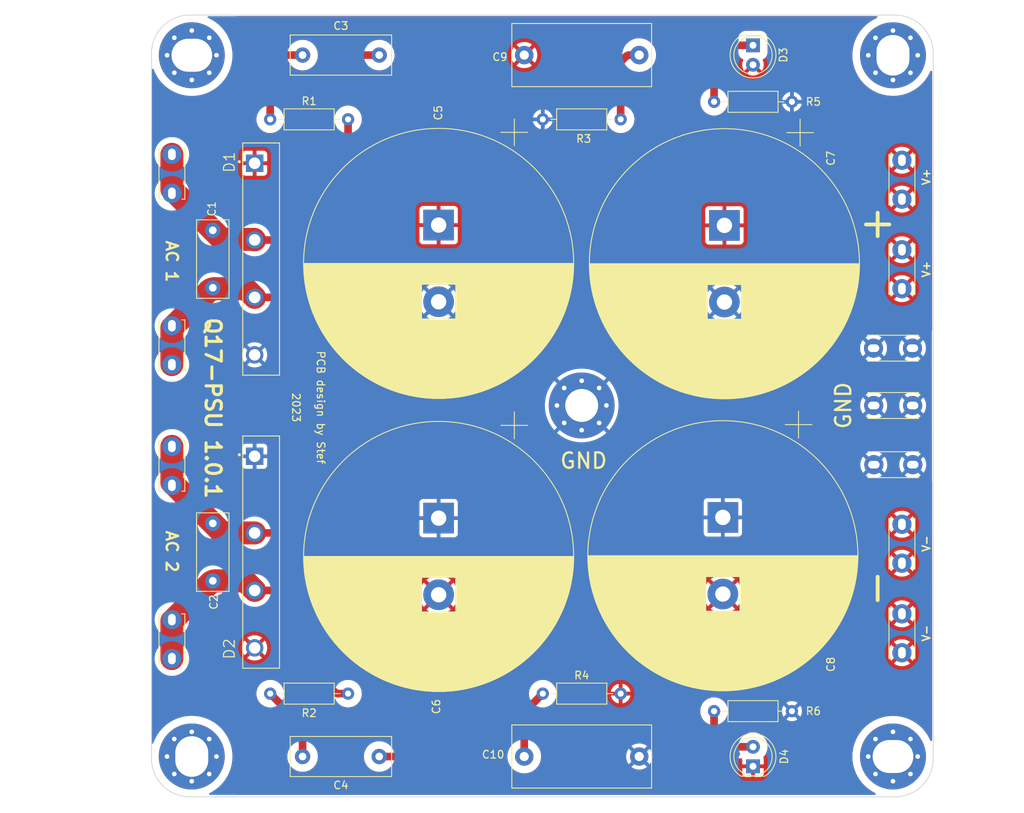
<source format=kicad_pcb>
(kicad_pcb (version 20221018) (generator pcbnew)
  (title_block (title "Q17 Power Supply") (date "2023-08-22") (rev "1.0.1") (company "by stef"))
  (layers (0 "F.Cu" signal) (31 "B.Cu" signal) (34 "B.Paste" user) (35 "F.Paste" user) (36 "B.SilkS" user "B.Silkscreen") (37 "F.SilkS" user "F.Silkscreen") (38 "B.Mask" user) (39 "F.Mask" user) (44 "Edge.Cuts" user))
  (net 0 "")
  (net 1 "GNDPWR")
  (net 2 "Net-(J1-1-Pin_1)")
  (net 3 "Net-(J1-3-Pin_1)")
  (net 4 "Net-(J1-2-Pin_1)")
  (net 5 "Net-(J1-4-Pin_1)")
  (net 6 "Net-(D3-K)")
  (net 7 "Net-(D4-A)")
  (net 8 "Net-(C3-Pad2)")
  (net 9 "Net-(C4-Pad2)")
  (net 10 "Net-(C9-Pad2)")
  (net 11 "Net-(C10-Pad2)")
  (net 12 "Net-(D3-A)")
  (net 13 "Net-(D4-K)")
  (footprint "Capacitor_THT:C_Rect_L13.0mm_W5.0mm_P10.00mm_FKS3_FKP3_MKS4" (layer "F.Cu") (at 127.762 45.212 180)
    (fp_text reference "C3" (at 5 3.81 180) (layer "F.SilkS"))
    (fp_text value "10nF")
    (pad "1" thru_hole circle (at 0 0 180) (size 2 2) (drill 1) (layers "*.Cu" "*.Mask") (net 2 "Net-(J1-1-Pin_1)"))
    (pad "2" thru_hole circle (at 10 0 180) (size 2 2) (drill 1) (layers "*.Cu" "*.Mask") (net 8 "Net-(C3-Pad2)"))
  )
  (footprint "Q17_Library:DIOB_GBJ2510" (layer "F.Cu") (at 112.356 110.05744 -90)
    (fp_text reference "D2" (at 12.62456 4.152 -90) (layer "F.SilkS") (effects (font (size 1.4 1.4))))
    (fp_text value "GBJ2510")
    (pad "1" thru_hole rect (at -12.5 0.85 270) (size 2.27 2.27) (drill 1.51) (layers "*.Cu" "*.Mask") (net 1 "GNDPWR"))
    (pad "2" thru_hole circle (at -2.5 0.85 270) (size 2.27 2.27) (drill 1.51) (layers "*.Cu" "*.Mask") (net 3 "Net-(J1-3-Pin_1)"))
    (pad "3" thru_hole circle (at 5 0.85 270) (size 2.27 2.27) (drill 1.51) (layers "*.Cu" "*.Mask") (net 5 "Net-(J1-4-Pin_1)"))
    (pad "4" thru_hole circle (at 12.5 0.85 270) (size 2.27 2.27) (drill 1.51) (layers "*.Cu" "*.Mask") (net 13 "Net-(D4-K)"))
  )
  (footprint "Capacitor_THT:C_Rect_L10.0mm_W4.0mm_P7.50mm_MKS4" (layer "F.Cu") (at 106.04628 106.30744 -90)
    (fp_text reference "C2" (at 10.27856 -0.12572 90) (layer "F.SilkS"))
    (fp_text value "10nF")
    (pad "1" thru_hole circle (at 0 0 270) (size 2 2) (drill 1) (layers "*.Cu" "*.Mask") (net 3 "Net-(J1-3-Pin_1)"))
    (pad "2" thru_hole circle (at 7.5 0 270) (size 2 2) (drill 1) (layers "*.Cu" "*.Mask") (net 5 "Net-(J1-4-Pin_1)"))
  )
  (footprint "Capacitor_THT:CP_Radial_D35.0mm_P10.00mm_SnapIn" (layer "F.Cu") (at 135.513301 67.394442 -90)
    (fp_text reference "C5" (at -14.648184 0.05248 -90) (layer "F.SilkS"))
    (fp_text value "10000uF 63v")
    (pad "1" thru_hole rect (at 0 0 270) (size 4 4) (drill 2) (layers "*.Cu" "*.Mask") (net 12 "Net-(D3-A)"))
    (pad "2" thru_hole circle (at 10 0 270) (size 4 4) (drill 2) (layers "*.Cu" "*.Mask") (net 1 "GNDPWR"))
  )
  (footprint "Q17_Library:Faston_Connector_63849-1_TEC" (layer "F.Cu") (at 100.71228 96.266 90)
    (fp_text reference "J1-3" hide)
    (fp_text value "AC2-1" hide)
    (pad "1" thru_hole circle (at -5.08 0 90) (size 2.5 2.5) (drill oval 1.5 1) (layers "*.Cu" "*.Mask") (net 3 "Net-(J1-3-Pin_1)"))
    (pad "1" thru_hole circle (at 0 0 90) (size 2.5 2.5) (drill oval 1.5 1) (layers "*.Cu" "*.Mask") (net 3 "Net-(J1-3-Pin_1)"))
  )
  (footprint "Capacitor_THT:C_Rect_L18.0mm_W8.0mm_P15.00mm_FKS3_FKP3" (layer "F.Cu") (at 146.683581 45.212)
    (fp_text reference "C9" (at -3.168 0.254) (layer "F.SilkS"))
    (fp_text value "220nf")
    (pad "1" thru_hole circle (at 0 0) (size 2.4 2.4) (drill 1.2) (layers "*.Cu" "*.Mask") (net 12 "Net-(D3-A)"))
    (pad "2" thru_hole circle (at 15 0) (size 2.4 2.4) (drill 1.2) (layers "*.Cu" "*.Mask") (net 10 "Net-(C9-Pad2)"))
  )
  (footprint "Q17_Library:Faston_Connector_63849-1_TEC" (layer "F.Cu") (at 100.71228 118.872 90)
    (fp_text reference "J1-4" hide)
    (fp_text value "AC2-2" hide)
    (pad "1" thru_hole circle (at -5.08 0 90) (size 2.5 2.5) (drill oval 1.5 1) (layers "*.Cu" "*.Mask") (net 5 "Net-(J1-4-Pin_1)"))
    (pad "1" thru_hole circle (at 0 0 90) (size 2.5 2.5) (drill oval 1.5 1) (layers "*.Cu" "*.Mask") (net 5 "Net-(J1-4-Pin_1)"))
  )
  (footprint "MountingHole:MountingHole_4.3mm_M4_Pad_Via" (layer "F.Cu") (at 154.178 90.926419)
    (fp_text reference "#GROUND01" hide)
    (fp_text value "MountingHole_4.3mm_M4_Pad_Via" hide)
    (pad "1" thru_hole circle (at -3.225 0) (size 0.9 0.9) (drill 0.6) (layers "*.Cu" "*.Mask") (net 1 "GNDPWR"))
    (pad "1" thru_hole circle (at -2.280419 -2.280419) (size 0.9 0.9) (drill 0.6) (layers "*.Cu" "*.Mask") (net 1 "GNDPWR"))
    (pad "1" thru_hole circle (at -2.280419 2.280419) (size 0.9 0.9) (drill 0.6) (layers "*.Cu" "*.Mask") (net 1 "GNDPWR"))
    (pad "1" thru_hole circle (at 0 -3.225) (size 0.9 0.9) (drill 0.6) (layers "*.Cu" "*.Mask") (net 1 "GNDPWR"))
    (pad "1" thru_hole circle (at 0 0) (size 8.6 8.6) (drill 4.3) (layers "*.Cu" "*.Mask") (net 1 "GNDPWR"))
    (pad "1" thru_hole circle (at 0 3.225) (size 0.9 0.9) (drill 0.6) (layers "*.Cu" "*.Mask") (net 1 "GNDPWR"))
    (pad "1" thru_hole circle (at 2.280419 -2.280419) (size 0.9 0.9) (drill 0.6) (layers "*.Cu" "*.Mask") (net 1 "GNDPWR"))
    (pad "1" thru_hole circle (at 2.280419 2.280419) (size 0.9 0.9) (drill 0.6) (layers "*.Cu" "*.Mask") (net 1 "GNDPWR"))
    (pad "1" thru_hole circle (at 3.225 0) (size 0.9 0.9) (drill 0.6) (layers "*.Cu" "*.Mask") (net 1 "GNDPWR"))
  )
  (footprint "Q17_Library:Faston_Connector_63849-1_TEC" (layer "F.Cu") (at 192.278 90.932 180)
    (fp_text reference "J2-4" hide)
    (fp_text value "GNDPWR" hide)
    (pad "1" thru_hole circle (at -5.08 0 180) (size 2.5 2.5) (drill oval 1.5 1) (layers "*.Cu" "*.Mask") (net 1 "GNDPWR"))
    (pad "1" thru_hole circle (at 0 0 180) (size 2.5 2.5) (drill oval 1.5 1) (layers "*.Cu" "*.Mask") (net 1 "GNDPWR"))
  )
  (footprint "Q17_Library:Faston_Connector_63849-1_TEC" (layer "F.Cu") (at 192.295665 98.653992 180)
    (fp_text reference "J2-5" hide)
    (fp_text value "GNDPWR" hide)
    (pad "1" thru_hole circle (at -5.08 0 180) (size 2.5 2.5) (drill oval 1.5 1) (layers "*.Cu" "*.Mask") (net 1 "GNDPWR"))
    (pad "1" thru_hole circle (at 0 0 180) (size 2.5 2.5) (drill oval 1.5 1) (layers "*.Cu" "*.Mask") (net 1 "GNDPWR"))
  )
  (footprint "Capacitor_THT:C_Rect_L10.0mm_W4.0mm_P7.50mm_MKS4" (layer "F.Cu") (at 106.04628 68.074941 -90)
    (fp_text reference "C1" (at -2.796941 0.12828 90) (layer "F.SilkS"))
    (fp_text value "10nF")
    (pad "1" thru_hole circle (at 0 0 270) (size 2 2) (drill 1) (layers "*.Cu" "*.Mask") (net 2 "Net-(J1-1-Pin_1)"))
    (pad "2" thru_hole circle (at 7.5 0 270) (size 2 2) (drill 1) (layers "*.Cu" "*.Mask") (net 4 "Net-(J1-2-Pin_1)"))
  )
  (footprint "Q17_Library:Faston_Connector_63849-1_TEC" (layer "F.Cu") (at 100.71228 58.166 90)
    (fp_text reference "J1-1" hide)
    (fp_text value "AC1-1" hide)
    (pad "1" thru_hole circle (at -5.08 0 90) (size 2.5 2.5) (drill oval 1.5 1) (layers "*.Cu" "*.Mask") (net 2 "Net-(J1-1-Pin_1)"))
    (pad "1" thru_hole circle (at 0 0 90) (size 2.5 2.5) (drill oval 1.5 1) (layers "*.Cu" "*.Mask") (net 2 "Net-(J1-1-Pin_1)"))
  )
  (footprint "MountingHole:MountingHole_4.3mm_M4_Pad_Via" (layer "F.Cu") (at 194.79428 136.729763)
    (fp_text reference "REF**" hide)
    (fp_text value "MountingHole_4.3mm_M4_Pad_Via")
    (pad "1" thru_hole circle (at -3.225 0) (size 0.9 0.9) (drill 0.6) (layers "*.Cu" "*.Mask"))
    (pad "1" thru_hole circle (at -2.280419 -2.280419) (size 0.9 0.9) (drill 0.6) (layers "*.Cu" "*.Mask"))
    (pad "1" thru_hole circle (at -2.280419 2.280419) (size 0.9 0.9) (drill 0.6) (layers "*.Cu" "*.Mask"))
    (pad "1" thru_hole circle (at 0 -3.225) (size 0.9 0.9) (drill 0.6) (layers "*.Cu" "*.Mask"))
    (pad "1" thru_hole circle (at 0 0) (size 8.6 8.6) (drill oval 5.3 4.3) (layers "*.Cu" "*.Mask"))
    (pad "1" thru_hole circle (at 0 3.225) (size 0.9 0.9) (drill 0.6) (layers "*.Cu" "*.Mask"))
    (pad "1" thru_hole circle (at 2.280419 -2.280419) (size 0.9 0.9) (drill 0.6) (layers "*.Cu" "*.Mask"))
    (pad "1" thru_hole circle (at 2.280419 2.280419) (size 0.9 0.9) (drill 0.6) (layers "*.Cu" "*.Mask"))
    (pad "1" thru_hole circle (at 3.225 0) (size 0.9 0.9) (drill 0.6) (layers "*.Cu" "*.Mask"))
  )
  (footprint "Capacitor_THT:CP_Radial_D35.0mm_P10.00mm_SnapIn" (layer "F.Cu") (at 172.597301 105.532941 -90)
    (fp_text reference "C8" (at 19.181059 -14.092699 -90) (layer "F.SilkS"))
    (fp_text value "10000uF 63v")
    (pad "1" thru_hole rect (at 0 0 270) (size 4 4) (drill 2) (layers "*.Cu" "*.Mask") (net 1 "GNDPWR"))
    (pad "2" thru_hole circle (at 10 0 270) (size 4 4) (drill 2) (layers "*.Cu" "*.Mask") (net 13 "Net-(D4-K)"))
  )
  (footprint "Resistor_THT:R_Axial_DIN0207_L6.3mm_D2.5mm_P10.16mm_Horizontal" (layer "F.Cu") (at 113.538 128.524)
    (fp_text reference "R2" (at 5.08 2.54) (layer "F.SilkS"))
    (fp_text value "10R")
    (pad "1" thru_hole circle (at 0 0) (size 1.6 1.6) (drill 0.8) (layers "*.Cu" "*.Mask") (net 9 "Net-(C4-Pad2)"))
    (pad "2" thru_hole oval (at 10.16 0) (size 1.6 1.6) (drill 0.8) (layers "*.Cu" "*.Mask") (net 5 "Net-(J1-4-Pin_1)"))
  )
  (footprint "Resistor_THT:R_Axial_DIN0207_L6.3mm_D2.5mm_P10.16mm_Horizontal" (layer "F.Cu") (at 149.103581 128.524)
    (fp_text reference "R4" (at 5.08 -2.37) (layer "F.SilkS"))
    (fp_text value "10R" hide)
    (pad "1" thru_hole circle (at 0 0) (size 1.6 1.6) (drill 0.8) (layers "*.Cu" "*.Mask") (net 11 "Net-(C10-Pad2)"))
    (pad "2" thru_hole oval (at 10.16 0) (size 1.6 1.6) (drill 0.8) (layers "*.Cu" "*.Mask") (net 13 "Net-(D4-K)"))
  )
  (footprint "LED_THT:LED_D5.0mm" (layer "F.Cu") (at 176.53 138.004763 90)
    (fp_text reference "D4" (at 1.27 4.064 90) (layer "F.SilkS"))
    (fp_text value "LED")
    (pad "1" thru_hole rect (at 0 0 90) (size 1.8 1.8) (drill 0.9) (layers "*.Cu" "*.Mask") (net 13 "Net-(D4-K)"))
    (pad "2" thru_hole circle (at 2.54 0 90) (size 1.8 1.8) (drill 0.9) (layers "*.Cu" "*.Mask") (net 7 "Net-(D4-A)"))
  )
  (footprint "Q17_Library:Faston_Connector_63849-1_TEC" (layer "F.Cu") (at 195.96228 75.692 -90)
    (fp_text reference "J2-2" hide)
    (fp_text value "V+" (at -2.54 -3.17372 90) (layer "F.SilkS") (effects (font (thickness 0.2) bold)))
    (pad "1" thru_hole circle (at -5.08 0 270) (size 2.5 2.5) (drill oval 1.5 1) (layers "*.Cu" "*.Mask") (net 12 "Net-(D3-A)"))
    (pad "1" thru_hole circle (at 0 0 270) (size 2.5 2.5) (drill oval 1.5 1) (layers "*.Cu" "*.Mask") (net 12 "Net-(D3-A)"))
  )
  (footprint "Q17_Library:Faston_Connector_63849-1_TEC" (layer "F.Cu") (at 192.255665 83.453992 180)
    (fp_text reference "J2-3" hide)
    (fp_text value "GNDPWR" hide)
    (pad "1" thru_hole circle (at -5.08 0 180) (size 2.5 2.5) (drill oval 1.5 1) (layers "*.Cu" "*.Mask") (net 1 "GNDPWR"))
    (pad "1" thru_hole circle (at 0 0 180) (size 2.5 2.5) (drill oval 1.5 1) (layers "*.Cu" "*.Mask") (net 1 "GNDPWR"))
  )
  (footprint "Q17_Library:Faston_Connector_63849-1_TEC" (layer "F.Cu") (at 195.96228 111.506 -90)
    (fp_text reference "J2-6" hide)
    (fp_text value "V-" (at -2.554323 -3.17372 90) (layer "F.SilkS") (effects (font (thickness 0.2) bold)))
    (pad "1" thru_hole circle (at -5.08 0 270) (size 2.5 2.5) (drill oval 1.5 1) (layers "*.Cu" "*.Mask") (net 13 "Net-(D4-K)"))
    (pad "1" thru_hole circle (at 0 0 270) (size 2.5 2.5) (drill oval 1.5 1) (layers "*.Cu" "*.Mask") (net 13 "Net-(D4-K)"))
  )
  (footprint "Capacitor_THT:C_Rect_L13.0mm_W5.0mm_P10.00mm_FKS3_FKP3_MKS4" (layer "F.Cu") (at 127.762 136.729763 180)
    (fp_text reference "C4" (at 5 -3.75 180) (layer "F.SilkS"))
    (fp_text value "10nF")
    (pad "1" thru_hole circle (at 0 0 180) (size 2 2) (drill 1) (layers "*.Cu" "*.Mask") (net 3 "Net-(J1-3-Pin_1)"))
    (pad "2" thru_hole circle (at 10 0 180) (size 2 2) (drill 1) (layers "*.Cu" "*.Mask") (net 9 "Net-(C4-Pad2)"))
  )
  (footprint "Q17_Library:DIOB_GBJ2510" (layer "F.Cu") (at 112.356 71.824941 -90)
    (fp_text reference "D1" (at -12.642941 4.152 -90) (layer "F.SilkS") (effects (font (size 1.4 1.4))))
    (fp_text value "GBJ2510")
    (pad "1" thru_hole rect (at -12.5 0.85 270) (size 2.27 2.27) (drill 1.51) (layers "*.Cu" "*.Mask") (net 12 "Net-(D3-A)"))
    (pad "2" thru_hole circle (at -2.5 0.85 270) (size 2.27 2.27) (drill 1.51) (layers "*.Cu" "*.Mask") (net 2 "Net-(J1-1-Pin_1)"))
    (pad "3" thru_hole circle (at 5 0.85 270) (size 2.27 2.27) (drill 1.51) (layers "*.Cu" "*.Mask") (net 4 "Net-(J1-2-Pin_1)"))
    (pad "4" thru_hole circle (at 12.5 0.85 270) (size 2.27 2.27) (drill 1.51) (layers "*.Cu" "*.Mask") (net 1 "GNDPWR"))
  )
  (footprint "Q17_Library:Faston_Connector_63849-1_TEC" (layer "F.Cu") (at 100.71228 80.518 90)
    (fp_text reference "J1-2" hide)
    (fp_text value "AC1-2" hide)
    (pad "1" thru_hole circle (at -5.08 0 90) (size 2.5 2.5) (drill oval 1.5 1) (layers "*.Cu" "*.Mask") (net 4 "Net-(J1-2-Pin_1)"))
    (pad "1" thru_hole circle (at 0 0 90) (size 2.5 2.5) (drill oval 1.5 1) (layers "*.Cu" "*.Mask") (net 4 "Net-(J1-2-Pin_1)"))
  )
  (footprint "Resistor_THT:R_Axial_DIN0207_L6.3mm_D2.5mm_P10.16mm_Horizontal" (layer "F.Cu") (at 159.263581 53.594 180)
    (fp_text reference "R3" (at 4.826 -2.54) (layer "F.SilkS"))
    (fp_text value "10R" hide)
    (pad "1" thru_hole circle (at 0 0 180) (size 1.6 1.6) (drill 0.8) (layers "*.Cu" "*.Mask") (net 10 "Net-(C9-Pad2)"))
    (pad "2" thru_hole oval (at 10.16 0 180) (size 1.6 1.6) (drill 0.8) (layers "*.Cu" "*.Mask") (net 1 "GNDPWR"))
  )
  (footprint "MountingHole:MountingHole_4.3mm_M4_Pad_Via" (layer "F.Cu") (at 194.79428 45.238963)
    (fp_text reference "REF**" hide)
    (fp_text value "MountingHole_4.3mm_M4_Pad_Via")
    (pad "1" thru_hole circle (at -3.225 0) (size 0.9 0.9) (drill 0.6) (layers "*.Cu" "*.Mask"))
    (pad "1" thru_hole circle (at -2.280419 -2.280419) (size 0.9 0.9) (drill 0.6) (layers "*.Cu" "*.Mask"))
    (pad "1" thru_hole circle (at -2.280419 2.280419) (size 0.9 0.9) (drill 0.6) (layers "*.Cu" "*.Mask"))
    (pad "1" thru_hole circle (at 0 -3.225) (size 0.9 0.9) (drill 0.6) (layers "*.Cu" "*.Mask"))
    (pad "1" thru_hole circle (at 0 0) (size 8.6 8.6) (drill oval 4.3 5.3) (layers "*.Cu" "*.Mask"))
    (pad "1" thru_hole circle (at 0 3.225) (size 0.9 0.9) (drill 0.6) (layers "*.Cu" "*.Mask"))
    (pad "1" thru_hole circle (at 2.280419 -2.280419) (size 0.9 0.9) (drill 0.6) (layers "*.Cu" "*.Mask"))
    (pad "1" thru_hole circle (at 2.280419 2.280419) (size 0.9 0.9) (drill 0.6) (layers "*.Cu" "*.Mask"))
    (pad "1" thru_hole circle (at 3.225 0) (size 0.9 0.9) (drill 0.6) (layers "*.Cu" "*.Mask"))
  )
  (footprint "Capacitor_THT:CP_Radial_D35.0mm_P10.00mm_SnapIn" (layer "F.Cu") (at 135.513301 105.626941 -90)
    (fp_text reference "C6" (at 24.589317 0.30648 -90) (layer "F.SilkS"))
    (fp_text value "10000uF 63v")
    (pad "1" thru_hole rect (at 0 0 270) (size 4 4) (drill 2) (layers "*.Cu" "*.Mask") (net 1 "GNDPWR"))
    (pad "2" thru_hole circle (at 10 0 270) (size 4 4) (drill 2) (layers "*.Cu" "*.Mask") (net 13 "Net-(D4-K)"))
  )
  (footprint "Capacitor_THT:C_Rect_L18.0mm_W8.0mm_P15.00mm_FKS3_FKP3" (layer "F.Cu") (at 161.683581 136.729763 180)
    (fp_text reference "C10" (at 19.05828 0.254 180) (layer "F.SilkS"))
    (fp_text value "220nF")
    (pad "1" thru_hole circle (at 0 0 180) (size 2.4 2.4) (drill 1.2) (layers "*.Cu" "*.Mask") (net 1 "GNDPWR"))
    (pad "2" thru_hole circle (at 15 0 180) (size 2.4 2.4) (drill 1.2) (layers "*.Cu" "*.Mask") (net 11 "Net-(C10-Pad2)"))
  )
  (footprint "LED_THT:LED_D5.0mm" (layer "F.Cu") (at 176.53 43.937 -90)
    (fp_text reference "D3" (at 1.27 -3.96 -90) (layer "F.SilkS"))
    (fp_text value "LED")
    (pad "1" thru_hole rect (at 0 0 270) (size 1.8 1.8) (drill 0.9) (layers "*.Cu" "*.Mask") (net 6 "Net-(D3-K)"))
    (pad "2" thru_hole circle (at 2.54 0 270) (size 1.8 1.8) (drill 0.9) (layers "*.Cu" "*.Mask") (net 12 "Net-(D3-A)"))
  )
  (footprint "MountingHole:MountingHole_4.3mm_M4_Pad_Via" (layer "F.Cu") (at 103.309061 45.233382)
    (fp_text reference "REF**" hide)
    (fp_text value "MountingHole_4.3mm_M4_Pad_Via")
    (pad "1" thru_hole circle (at -3.225 0) (size 0.9 0.9) (drill 0.6) (layers "*.Cu" "*.Mask"))
    (pad "1" thru_hole circle (at -2.280419 -2.280419) (size 0.9 0.9) (drill 0.6) (layers "*.Cu" "*.Mask"))
    (pad "1" thru_hole circle (at -2.280419 2.280419) (size 0.9 0.9) (drill 0.6) (layers "*.Cu" "*.Mask"))
    (pad "1" thru_hole circle (at 0 -3.225) (size 0.9 0.9) (drill 0.6) (layers "*.Cu" "*.Mask"))
    (pad "1" thru_hole circle (at 0 0) (size 8.6 8.6) (drill oval 5.3 4.3) (layers "*.Cu" "*.Mask"))
    (pad "1" thru_hole circle (at 0 3.225) (size 0.9 0.9) (drill 0.6) (layers "*.Cu" "*.Mask"))
    (pad "1" thru_hole circle (at 2.280419 -2.280419) (size 0.9 0.9) (drill 0.6) (layers "*.Cu" "*.Mask"))
    (pad "1" thru_hole circle (at 2.280419 2.280419) (size 0.9 0.9) (drill 0.6) (layers "*.Cu" "*.Mask"))
    (pad "1" thru_hole circle (at 3.225 0) (size 0.9 0.9) (drill 0.6) (layers "*.Cu" "*.Mask"))
  )
  (footprint "Resistor_THT:R_Axial_DIN0207_L6.3mm_D2.5mm_P10.16mm_Horizontal" (layer "F.Cu") (at 113.538 53.594)
    (fp_text reference "R1" (at 5.08 -2.37) (layer "F.SilkS"))
    (fp_text value "10R")
    (pad "1" thru_hole circle (at 0 0) (size 1.6 1.6) (drill 0.8) (layers "*.Cu" "*.Mask") (net 8 "Net-(C3-Pad2)"))
    (pad "2" thru_hole oval (at 10.16 0) (size 1.6 1.6) (drill 0.8) (layers "*.Cu" "*.Mask") (net 4 "Net-(J1-2-Pin_1)"))
  )
  (footprint "Q17_Library:Faston_Connector_63849-1_TEC" (layer "F.Cu") (at 195.96228 64.008 -90)
    (fp_text reference "J2-1" hide)
    (fp_text value "V+" (at -2.8956 -3.17372 90) (layer "F.SilkS") (effects (font (thickness 0.2) bold)))
    (pad "1" thru_hole circle (at -5.08 0 270) (size 2.5 2.5) (drill oval 1.5 1) (layers "*.Cu" "*.Mask") (net 12 "Net-(D3-A)"))
    (pad "1" thru_hole circle (at 0 0 270) (size 2.5 2.5) (drill oval 1.5 1) (layers "*.Cu" "*.Mask") (net 12 "Net-(D3-A)"))
  )
  (footprint "Resistor_THT:R_Axial_DIN0207_L6.3mm_D2.5mm_P10.16mm_Horizontal" (layer "F.Cu") (at 171.45 51.308)
    (fp_text reference "R5" (at 12.954 0) (layer "F.SilkS"))
    (fp_text value "10K")
    (pad "1" thru_hole circle (at 0 0) (size 1.6 1.6) (drill 0.8) (layers "*.Cu" "*.Mask") (net 6 "Net-(D3-K)"))
    (pad "2" thru_hole oval (at 10.16 0) (size 1.6 1.6) (drill 0.8) (layers "*.Cu" "*.Mask") (net 1 "GNDPWR"))
  )
  (footprint "Capacitor_THT:CP_Radial_D35.0mm_P10.00mm_SnapIn" (layer "F.Cu") (at 172.800501 67.432941 -90)
    (fp_text reference "C7" (at -8.758941 -13.889499 -90) (layer "F.SilkS"))
    (fp_text value "10000uF 63v")
    (pad "1" thru_hole rect (at 0 0 270) (size 4 4) (drill 2) (layers "*.Cu" "*.Mask") (net 12 "Net-(D3-A)"))
    (pad "2" thru_hole circle (at 10 0 270) (size 4 4) (drill 2) (layers "*.Cu" "*.Mask") (net 1 "GNDPWR"))
  )
  (footprint "Q17_Library:Faston_Connector_63849-1_TEC" (layer "F.Cu") (at 195.96228 123.19 -90)
    (fp_text reference "J2-7" hide)
    (fp_text value "V-" (at -2.54 -3.17372 90) (layer "F.SilkS") (effects (font (thickness 0.2) bold)))
    (pad "1" thru_hole circle (at -5.08 0 270) (size 2.5 2.5) (drill oval 1.5 1) (layers "*.Cu" "*.Mask") (net 13 "Net-(D4-K)"))
    (pad "1" thru_hole circle (at 0 0 270) (size 2.5 2.5) (drill oval 1.5 1) (layers "*.Cu" "*.Mask") (net 13 "Net-(D4-K)"))
  )
  (footprint "MountingHole:MountingHole_4.3mm_M4_Pad_Via" (layer "F.Cu") (at 103.30348 136.729763)
    (fp_text reference "REF**" hide)
    (fp_text value "MountingHole_4.3mm_M4_Pad_Via")
    (pad "1" thru_hole circle (at -3.225 0) (size 0.9 0.9) (drill 0.6) (layers "*.Cu" "*.Mask"))
    (pad "1" thru_hole circle (at -2.280419 -2.280419) (size 0.9 0.9) (drill 0.6) (layers "*.Cu" "*.Mask"))
    (pad "1" thru_hole circle (at -2.280419 2.280419) (size 0.9 0.9) (drill 0.6) (layers "*.Cu" "*.Mask"))
    (pad "1" thru_hole circle (at 0 -3.225) (size 0.9 0.9) (drill 0.6) (layers "*.Cu" "*.Mask"))
    (pad "1" thru_hole circle (at 0 0) (size 8.6 8.6) (drill oval 4.3 5.3) (layers "*.Cu" "*.Mask"))
    (pad "1" thru_hole circle (at 0 3.225) (size 0.9 0.9) (drill 0.6) (layers "*.Cu" "*.Mask"))
    (pad "1" thru_hole circle (at 2.280419 -2.280419) (size 0.9 0.9) (drill 0.6) (layers "*.Cu" "*.Mask"))
    (pad "1" thru_hole circle (at 2.280419 2.280419) (size 0.9 0.9) (drill 0.6) (layers "*.Cu" "*.Mask"))
    (pad "1" thru_hole circle (at 3.225 0) (size 0.9 0.9) (drill 0.6) (layers "*.Cu" "*.Mask"))
  )
  (footprint "Resistor_THT:R_Axial_DIN0207_L6.3mm_D2.5mm_P10.16mm_Horizontal" (layer "F.Cu") (at 181.61 130.81 180)
    (fp_text reference "R6" (at -2.794 0) (layer "F.SilkS"))
    (fp_text value "10K")
    (pad "1" thru_hole circle (at 0 0 180) (size 1.6 1.6) (drill 0.8) (layers "*.Cu" "*.Mask") (net 1 "GNDPWR"))
    (pad "2" thru_hole oval (at 10.16 0 180) (size 1.6 1.6) (drill 0.8) (layers "*.Cu" "*.Mask") (net 7 "Net-(D4-A)"))
  )
  (gr_line (start 98.05348 136.988963) (end 98.05348 44.988963) (stroke (width 0.1)) (layer "Edge.Cuts"))
  (gr_arc (start 200.05348 136.988963) (mid 198.589 140.524471) (end 195.05348 141.988963) (stroke (width 0.1)) (layer "Edge.Cuts"))
  (gr_line (start 103.05348 39.988963) (end 195.05348 39.988963) (stroke (width 0.1)) (layer "Edge.Cuts"))
  (gr_line (start 195.05348 141.988963) (end 103.05348 141.988963) (stroke (width 0.1)) (layer "Edge.Cuts"))
  (gr_line (start 200.05348 44.988963) (end 200.05348 136.988963) (stroke (width 0.1)) (layer "Edge.Cuts"))
  (gr_arc (start 98.05348 44.988963) (mid 99.517946 41.453429) (end 103.05348 39.988963) (stroke (width 0.1)) (layer "Edge.Cuts"))
  (gr_arc (start 103.05348 141.988963) (mid 99.517932 140.524499) (end 98.05348 136.988963) (stroke (width 0.1)) (layer "Edge.Cuts"))
  (gr_arc (start 195.05348 39.988963) (mid 198.589 41.453432) (end 200.05348 44.988963) (stroke (width 0.1)) (layer "Edge.Cuts"))
  (gr_text "GND" (at 154.432 99.314) (layer "F.SilkS") (effects (font (size 2 2) (thickness 0.3) bold) (justify bottom)))
  (gr_text "-" (at 190.754 114.808 270) (layer "F.SilkS") (effects (font (size 4 4) (thickness 0.5)) (justify bottom)))
  (gr_text "PCB design by Stef\n\n2023" (at 116.332 91.186 -90) (layer "F.SilkS") (effects (font (size 1 1)) (justify bottom)))
  (gr_text "Q17-PSU 1.0.1" (at 104.902 79.248 270) (layer "F.SilkS") (effects (font (size 2 2) (thickness 0.4) bold) (justify left bottom)))
  (gr_text "GND" (at 189.484 90.932 90) (layer "F.SilkS") (effects (font (size 2 2) (thickness 0.3) bold) (justify bottom)))
  (gr_text "+" (at 190.754 67.31 270) (layer "F.SilkS") (effects (font (size 4 4) (thickness 0.5)) (justify bottom)))
  (gr_text "AC 1" (at 99.822 72.136 270) (layer "F.SilkS") (effects (font (size 1.5 1.5) (thickness 0.3) bold) (justify bottom)))
  (gr_text "AC 2" (at 99.822 109.982 270) (layer "F.SilkS") (effects (font (size 1.5 1.5) (thickness 0.3) bold) (justify bottom)))
  (segment (start 111.436 69.254941) (end 107.653946 69.254941) (width 3) (layer "F.Cu") (net 2))
  (segment (start 119.018447 50.907553) (end 124.567554 45.358446) (width 1) (layer "F.Cu") (net 2))
  (segment (start 118.872 66.086893) (end 118.872 51.261107) (width 1) (layer "F.Cu") (net 2))
  (segment (start 115.970447 69.195553) (end 118.725554 66.440446) (width 1) (layer "F.Cu") (net 2))
  (segment (start 106.946839 68.962048) (end 100.71228 62.727489) (width 3) (layer "F.Cu") (net 2))
  (segment (start 111.506 69.324941) (end 111.436 69.254941) (width 3) (layer "F.Cu") (net 2))
  (segment (start 100.71228 62.727489) (end 100.71228 58.166) (width 3) (layer "F.Cu") (net 2))
  (segment (start 111.523059 69.342) (end 115.616893 69.342) (width 1) (layer "F.Cu") (net 2))
  (segment (start 124.921107 45.212) (end 127.762 45.212) (width 1) (layer "F.Cu") (net 2))
  (arc (start 107.653946 69.254941) (mid 107.271263 69.178821) (end 106.946839 68.962048) (width 3) (layer "F.Cu") (net 2))
  (arc (start 118.725554 66.440446) (mid 118.83394 66.278234) (end 118.872 66.086893) (width 1) (layer "F.Cu") (net 2))
  (arc (start 118.872 51.261107) (mid 118.91006 51.069765) (end 119.018447 50.907553) (width 1) (layer "F.Cu") (net 2))
  (arc (start 115.616893 69.342) (mid 115.808235 69.30394) (end 115.970447 69.195553) (width 1) (layer "F.Cu") (net 2))
  (arc (start 124.921107 45.212) (mid 124.729766 45.25006) (end 124.567554 45.358446) (width 1) (layer "F.Cu") (net 2))
  (segment (start 100.71228 100.97344) (end 100.71228 96.266) (width 3) (layer "F.Cu") (net 3))
  (segment (start 125.984 110.697107) (end 125.984 116.124893) (width 1) (layer "F.Cu") (net 3))
  (segment (start 111.506 107.55744) (end 122.844333 107.55744) (width 1) (layer "F.Cu") (net 3))
  (segment (start 107.003387 107.264547) (end 100.71228 100.97344) (width 3) (layer "F.Cu") (net 3))
  (segment (start 131.064 121.619107) (end 131.064 135.428893) (width 1) (layer "F.Cu") (net 3))
  (segment (start 111.506 107.55744) (end 107.710494 107.55744) (width 3) (layer "F.Cu") (net 3))
  (segment (start 126.130447 116.478447) (end 130.917554 121.265554) (width 1) (layer "F.Cu") (net 3))
  (segment (start 130.917553 135.782447) (end 130.116683 136.583317) (width 1) (layer "F.Cu") (net 3))
  (segment (start 123.197887 107.703887) (end 125.837554 110.343554) (width 1) (layer "F.Cu") (net 3))
  (segment (start 129.76313 136.729763) (end 127.762 136.729763) (width 1) (layer "F.Cu") (net 3))
  (arc (start 122.844333 107.55744) (mid 123.035675 107.5955) (end 123.197887 107.703887) (width 1) (layer "F.Cu") (net 3))
  (arc (start 107.710494 107.55744) (mid 107.32781 107.48132) (end 107.003387 107.264547) (width 3) (layer "F.Cu") (net 3))
  (arc (start 130.917554 121.265554) (mid 131.02594 121.427766) (end 131.064 121.619107) (width 1) (layer "F.Cu") (net 3))
  (arc (start 125.984 116.124893) (mid 126.02206 116.316235) (end 126.130447 116.478447) (width 1) (layer "F.Cu") (net 3))
  (arc (start 125.984 110.697107) (mid 125.94594 110.505766) (end 125.837554 110.343554) (width 1) (layer "F.Cu") (net 3))
  (arc (start 130.116683 136.583317) (mid 129.954471 136.691703) (end 129.76313 136.729763) (width 1) (layer "F.Cu") (net 3))
  (arc (start 130.917553 135.782447) (mid 131.02594 135.620235) (end 131.064 135.428893) (width 1) (layer "F.Cu") (net 3))
  (segment (start 105.530095 75.984893) (end 100.71228 80.802708) (width 3) (layer "F.Cu") (net 4))
  (segment (start 123.698 53.594) (end 123.698 73.452893) (width 1) (layer "F.Cu") (net 4))
  (segment (start 109.958845 75.692) (end 106.237202 75.692) (width 3) (layer "F.Cu") (net 4))
  (segment (start 120.325952 76.824941) (end 111.506 76.824941) (width 1) (layer "F.Cu") (net 4))
  (segment (start 100.71228 80.802708) (end 100.71228 85.598) (width 3) (layer "F.Cu") (net 4))
  (segment (start 111.506 76.824941) (end 110.665952 75.984893) (width 3) (layer "F.Cu") (net 4))
  (segment (start 123.551553 73.806447) (end 120.679505 76.678495) (width 1) (layer "F.Cu") (net 4))
  (arc (start 123.698 73.452893) (mid 123.65994 73.644235) (end 123.551553 73.806447) (width 1) (layer "F.Cu") (net 4))
  (arc (start 106.237202 75.692) (mid 105.854518 75.76812) (end 105.530095 75.984893) (width 3) (layer "F.Cu") (net 4))
  (arc (start 120.325952 76.824941) (mid 120.517293 76.786881) (end 120.679505 76.678495) (width 1) (layer "F.Cu") (net 4))
  (arc (start 110.665952 75.984893) (mid 110.341529 75.76812) (end 109.958845 75.692) (width 3) (layer "F.Cu") (net 4))
  (segment (start 100.71228 119.07212) (end 100.71228 123.952) (width 3) (layer "F.Cu") (net 5))
  (segment (start 105.684067 114.100333) (end 100.71228 119.07212) (width 3) (layer "F.Cu") (net 5))
  (segment (start 109.841786 113.80744) (end 106.391174 113.80744) (width 3) (layer "F.Cu") (net 5))
  (segment (start 118.759887 115.203887) (end 119.995554 116.439554) (width 1) (layer "F.Cu") (net 5))
  (segment (start 120.288447 126.638447) (end 122.027554 128.377554) (width 1) (layer "F.Cu") (net 5))
  (segment (start 111.506 115.05744) (end 110.548893 114.100333) (width 3) (layer "F.Cu") (net 5))
  (segment (start 111.506 115.05744) (end 118.406333 115.05744) (width 1) (layer "F.Cu") (net 5))
  (segment (start 122.381107 128.524) (end 123.698 128.524) (width 1) (layer "F.Cu") (net 5))
  (segment (start 120.142 116.793107) (end 120.142 126.284893) (width 1) (layer "F.Cu") (net 5))
  (arc (start 110.548893 114.100333) (mid 110.22447 113.88356) (end 109.841786 113.80744) (width 3) (layer "F.Cu") (net 5))
  (arc (start 106.391174 113.80744) (mid 106.008498 113.883571) (end 105.684067 114.100333) (width 3) (layer "F.Cu") (net 5))
  (arc (start 119.995554 116.439554) (mid 120.10394 116.601766) (end 120.142 116.793107) (width 1) (layer "F.Cu") (net 5))
  (arc (start 118.406333 115.05744) (mid 118.597675 115.0955) (end 118.759887 115.203887) (width 1) (layer "F.Cu") (net 5))
  (arc (start 122.381107 128.524) (mid 122.189766 128.48594) (end 122.027554 128.377554) (width 1) (layer "F.Cu") (net 5))
  (arc (start 120.142 126.284893) (mid 120.18006 126.476235) (end 120.288447 126.638447) (width 1) (layer "F.Cu") (net 5))
  (segment (start 171.596447 46.453833) (end 173.966834 44.083446) (width 1) (layer "F.Cu") (net 6))
  (segment (start 174.320387 43.937) (end 176.53 43.937) (width 1) (layer "F.Cu") (net 6))
  (segment (start 171.45 51.308) (end 171.45 46.807387) (width 1) (layer "F.Cu") (net 6))
  (arc (start 171.596447 46.453833) (mid 171.48806 46.616045) (end 171.45 46.807387) (width 1) (layer "F.Cu") (net 6))
  (arc (start 173.966834 44.083446) (mid 174.129046 43.97506) (end 174.320387 43.937) (width 1) (layer "F.Cu") (net 6))
  (segment (start 176.53 135.464763) (end 173.77187 135.464763) (width 1) (layer "F.Cu") (net 7))
  (segment (start 173.418316 135.318316) (end 171.596446 133.496446) (width 1) (layer "F.Cu") (net 7))
  (segment (start 171.45 133.142893) (end 171.45 130.81) (width 1) (layer "F.Cu") (net 7))
  (arc (start 171.596446 133.496446) (mid 171.48806 133.334234) (end 171.45 133.142893) (width 1) (layer "F.Cu") (net 7))
  (arc (start 173.77187 135.464763) (mid 173.580528 135.426703) (end 173.418316 135.318316) (width 1) (layer "F.Cu") (net 7))
  (segment (start 115.015107 45.212) (end 117.762 45.212) (width 1) (layer "F.Cu") (net 8))
  (segment (start 113.684447 46.335553) (end 114.661554 45.358446) (width 1) (layer "F.Cu") (net 8))
  (segment (start 113.538 53.594) (end 113.538 46.689107) (width 1) (layer "F.Cu") (net 8))
  (arc (start 115.015107 45.212) (mid 114.823766 45.25006) (end 114.661554 45.358446) (width 1) (layer "F.Cu") (net 8))
  (arc (start 113.684447 46.335553) (mid 113.57606 46.497765) (end 113.538 46.689107) (width 1) (layer "F.Cu") (net 8))
  (segment (start 113.538 128.524) (end 117.615554 132.601554) (width 1) (layer "F.Cu") (net 9))
  (segment (start 117.762 132.955107) (end 117.762 136.729763) (width 1) (layer "F.Cu") (net 9))
  (arc (start 117.615554 132.601554) (mid 117.72394 132.763766) (end 117.762 132.955107) (width 1) (layer "F.Cu") (net 9))
  (segment (start 159.263581 46.309526) (end 159.263581 53.594) (width 1) (layer "F.Cu") (net 10))
  (segment (start 161.683581 45.212) (end 160.361107 45.212) (width 1) (layer "F.Cu") (net 10))
  (segment (start 160.007553 45.358447) (end 159.410027 45.955973) (width 1) (layer "F.Cu") (net 10))
  (arc (start 159.263581 46.309526) (mid 159.301641 46.118185) (end 159.410027 45.955973) (width 1) (layer "F.Cu") (net 10))
  (arc (start 160.361107 45.212) (mid 160.169765 45.25006) (end 160.007553 45.358447) (width 1) (layer "F.Cu") (net 10))
  (segment (start 149.103581 128.524) (end 146.830027 130.797554) (width 1) (layer "F.Cu") (net 11))
  (segment (start 146.683581 131.151107) (end 146.683581 136.729763) (width 1) (layer "F.Cu") (net 11))
  (arc (start 146.830027 130.797554) (mid 146.721641 130.959766) (end 146.683581 131.151107) (width 1) (layer "F.Cu") (net 11))
  (zone (net 12) (net_name "Net-(D3-A)") (layer "F.Cu") (connect_pads (clearance 1)) (min_thickness 0.25) (fill yes (thermal_gap 0.5) (thermal_bridge_width 0.5) (island_removal_mode 1) (island_area_min 10))
    (polygon (pts (xy 199.898 40.132) (xy 199.898 81.28) (xy 189.484 81.28) (xy 189.484 90.135773) (xy 108.986719 90.511645) (xy 108.966 40.132)))
  )
  (zone (net 13) (net_name "Net-(D4-K)") (layer "F.Cu") (connect_pads (clearance 1)) (min_thickness 0.25) (fill yes (thermal_gap 0.5) (thermal_bridge_width 0.5) (island_removal_mode 1) (island_area_min 10))
    (polygon (pts (xy 189.483981 91.433055) (xy 189.484 100.838) (xy 199.898 100.838) (xy 199.898 141.732) (xy 109.0752 141.732) (xy 108.966 91.657523)))
  )
  (zone (net 1) (net_name "GNDPWR") (layer "B.Cu") (connect_pads (clearance 1)) (min_thickness 0.25) (fill yes (thermal_gap 0.5) (thermal_bridge_width 0.5) (island_removal_mode 1) (island_area_min 10))
    (polygon (pts (xy 199.85028 40.138163) (xy 199.90108 141.732) (xy 98.044 141.732) (xy 98.09788 40.138163)))
  )
)
</source>
